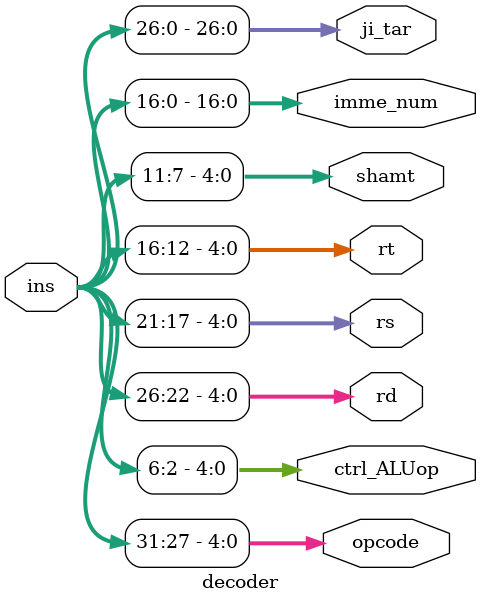
<source format=v>
module decoder(
	/* Input ports */
	ins,
	/* Output ports */
	opcode,
	ctrl_ALUop,
	rd,
	rs,
	rt,
	shamt,
	imme_num,
	ji_tar
	);
	
	input [31:0] ins; //32-bit instr
	output [4:0] opcode; //5-bit opcode
	output [4:0] ctrl_ALUop; //5-bit Alu opcade
	output [4:0] rd, rs, rt; //5-bit rd(dest), rs(src), rt(target)
	output [4:0] shamt; //5-bit shift amount
	output [16:0] imme_num; //17-bit immediate number
	output [26:0] ji_tar; //27-bit jump immediate (may not used in PC4)
	
	assign opcode = ins[31:27];
	assign ctrl_ALUop = ins[6:2];
	assign rd = ins[26:22];
	assign rs = ins[21:17];
	assign rt = ins[16:12];
	assign shamt = ins[11:7];
	assign imme_num = ins[16:0];
	assign ji_tar = ins[26:0];
	
endmodule

	
	
	
</source>
